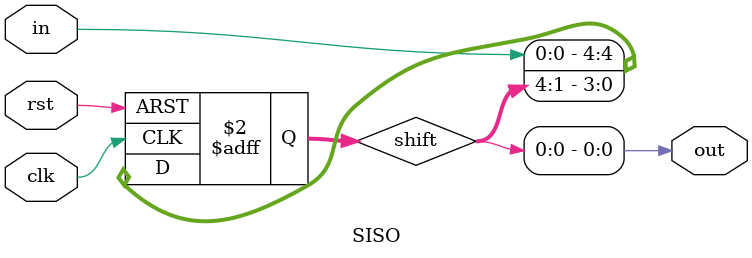
<source format=v>
module SISO(input in,input clk,rst, output out);
    parameter N=5;
    reg [N-1:0]shift;
    always @ (posedge clk or posedge rst) begin
        if (rst) shift<=0;
        else begin
              shift <={in,shift[N-1:1]};
          end
      end
    assign out=shift[0];
endmodule

</source>
